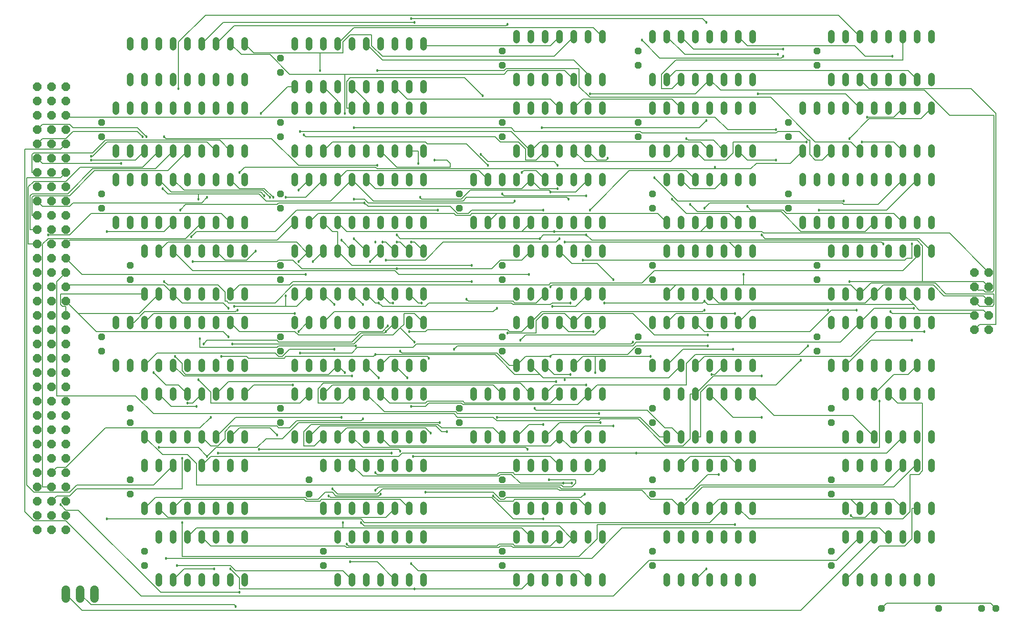
<source format=gbr>
G04 EAGLE Gerber RS-274X export*
G75*
%MOMM*%
%FSLAX34Y34*%
%LPD*%
%INBottom Copper*%
%IPPOS*%
%AMOC8*
5,1,8,0,0,1.08239X$1,22.5*%
G01*
%ADD10C,1.219200*%
%ADD11P,1.319650X8X112.500000*%
%ADD12P,1.649562X8X292.500000*%
%ADD13P,1.649562X8X202.500000*%
%ADD14P,1.319650X8X202.500000*%
%ADD15P,1.319650X8X22.500000*%
%ADD16C,1.524000*%
%ADD17C,0.127000*%
%ADD18C,0.457200*%


D10*
X1168400Y717804D02*
X1168400Y729996D01*
X1193800Y729996D02*
X1193800Y717804D01*
X1320800Y717804D02*
X1320800Y729996D01*
X1320800Y794004D02*
X1320800Y806196D01*
X1219200Y729996D02*
X1219200Y717804D01*
X1244600Y717804D02*
X1244600Y729996D01*
X1295400Y729996D02*
X1295400Y717804D01*
X1270000Y717804D02*
X1270000Y729996D01*
X1295400Y794004D02*
X1295400Y806196D01*
X1270000Y806196D02*
X1270000Y794004D01*
X1244600Y794004D02*
X1244600Y806196D01*
X1219200Y806196D02*
X1219200Y794004D01*
X1193800Y794004D02*
X1193800Y806196D01*
X1168400Y806196D02*
X1168400Y794004D01*
X1168400Y602996D02*
X1168400Y590804D01*
X1193800Y590804D02*
X1193800Y602996D01*
X1320800Y602996D02*
X1320800Y590804D01*
X1320800Y667004D02*
X1320800Y679196D01*
X1219200Y602996D02*
X1219200Y590804D01*
X1244600Y590804D02*
X1244600Y602996D01*
X1295400Y602996D02*
X1295400Y590804D01*
X1270000Y590804D02*
X1270000Y602996D01*
X1295400Y667004D02*
X1295400Y679196D01*
X1270000Y679196D02*
X1270000Y667004D01*
X1244600Y667004D02*
X1244600Y679196D01*
X1219200Y679196D02*
X1219200Y667004D01*
X1193800Y667004D02*
X1193800Y679196D01*
X1168400Y679196D02*
X1168400Y667004D01*
X1409700Y717804D02*
X1409700Y729996D01*
X1435100Y729996D02*
X1435100Y717804D01*
X1562100Y717804D02*
X1562100Y729996D01*
X1587500Y729996D02*
X1587500Y717804D01*
X1460500Y717804D02*
X1460500Y729996D01*
X1485900Y729996D02*
X1485900Y717804D01*
X1536700Y717804D02*
X1536700Y729996D01*
X1511300Y729996D02*
X1511300Y717804D01*
X1612900Y717804D02*
X1612900Y729996D01*
X1638300Y729996D02*
X1638300Y717804D01*
X1638300Y794004D02*
X1638300Y806196D01*
X1612900Y806196D02*
X1612900Y794004D01*
X1587500Y794004D02*
X1587500Y806196D01*
X1562100Y806196D02*
X1562100Y794004D01*
X1536700Y794004D02*
X1536700Y806196D01*
X1511300Y806196D02*
X1511300Y794004D01*
X1485900Y794004D02*
X1485900Y806196D01*
X1460500Y806196D02*
X1460500Y794004D01*
X1435100Y794004D02*
X1435100Y806196D01*
X1409700Y806196D02*
X1409700Y794004D01*
X241300Y602996D02*
X241300Y590804D01*
X266700Y590804D02*
X266700Y602996D01*
X393700Y602996D02*
X393700Y590804D01*
X419100Y590804D02*
X419100Y602996D01*
X292100Y602996D02*
X292100Y590804D01*
X317500Y590804D02*
X317500Y602996D01*
X368300Y602996D02*
X368300Y590804D01*
X342900Y590804D02*
X342900Y602996D01*
X419100Y667004D02*
X419100Y679196D01*
X393700Y679196D02*
X393700Y667004D01*
X368300Y667004D02*
X368300Y679196D01*
X342900Y679196D02*
X342900Y667004D01*
X317500Y667004D02*
X317500Y679196D01*
X292100Y679196D02*
X292100Y667004D01*
X266700Y667004D02*
X266700Y679196D01*
X241300Y679196D02*
X241300Y667004D01*
X266700Y94996D02*
X266700Y82804D01*
X292100Y82804D02*
X292100Y94996D01*
X419100Y94996D02*
X419100Y82804D01*
X419100Y159004D02*
X419100Y171196D01*
X317500Y94996D02*
X317500Y82804D01*
X342900Y82804D02*
X342900Y94996D01*
X393700Y94996D02*
X393700Y82804D01*
X368300Y82804D02*
X368300Y94996D01*
X393700Y159004D02*
X393700Y171196D01*
X368300Y171196D02*
X368300Y159004D01*
X342900Y159004D02*
X342900Y171196D01*
X317500Y171196D02*
X317500Y159004D01*
X292100Y159004D02*
X292100Y171196D01*
X266700Y171196D02*
X266700Y159004D01*
X190500Y463804D02*
X190500Y475996D01*
X215900Y475996D02*
X215900Y463804D01*
X342900Y463804D02*
X342900Y475996D01*
X368300Y475996D02*
X368300Y463804D01*
X241300Y463804D02*
X241300Y475996D01*
X266700Y475996D02*
X266700Y463804D01*
X317500Y463804D02*
X317500Y475996D01*
X292100Y475996D02*
X292100Y463804D01*
X393700Y463804D02*
X393700Y475996D01*
X419100Y475996D02*
X419100Y463804D01*
X419100Y540004D02*
X419100Y552196D01*
X393700Y552196D02*
X393700Y540004D01*
X368300Y540004D02*
X368300Y552196D01*
X342900Y552196D02*
X342900Y540004D01*
X317500Y540004D02*
X317500Y552196D01*
X292100Y552196D02*
X292100Y540004D01*
X266700Y540004D02*
X266700Y552196D01*
X241300Y552196D02*
X241300Y540004D01*
X215900Y540004D02*
X215900Y552196D01*
X190500Y552196D02*
X190500Y540004D01*
X508000Y475996D02*
X508000Y463804D01*
X533400Y463804D02*
X533400Y475996D01*
X660400Y475996D02*
X660400Y463804D01*
X685800Y463804D02*
X685800Y475996D01*
X558800Y475996D02*
X558800Y463804D01*
X584200Y463804D02*
X584200Y475996D01*
X635000Y475996D02*
X635000Y463804D01*
X609600Y463804D02*
X609600Y475996D01*
X711200Y475996D02*
X711200Y463804D01*
X736600Y463804D02*
X736600Y475996D01*
X736600Y540004D02*
X736600Y552196D01*
X711200Y552196D02*
X711200Y540004D01*
X685800Y540004D02*
X685800Y552196D01*
X660400Y552196D02*
X660400Y540004D01*
X635000Y540004D02*
X635000Y552196D01*
X609600Y552196D02*
X609600Y540004D01*
X584200Y540004D02*
X584200Y552196D01*
X558800Y552196D02*
X558800Y540004D01*
X533400Y540004D02*
X533400Y552196D01*
X508000Y552196D02*
X508000Y540004D01*
X508000Y844804D02*
X508000Y856996D01*
X533400Y856996D02*
X533400Y844804D01*
X660400Y844804D02*
X660400Y856996D01*
X685800Y856996D02*
X685800Y844804D01*
X558800Y844804D02*
X558800Y856996D01*
X584200Y856996D02*
X584200Y844804D01*
X635000Y844804D02*
X635000Y856996D01*
X609600Y856996D02*
X609600Y844804D01*
X711200Y844804D02*
X711200Y856996D01*
X736600Y856996D02*
X736600Y844804D01*
X736600Y921004D02*
X736600Y933196D01*
X711200Y933196D02*
X711200Y921004D01*
X685800Y921004D02*
X685800Y933196D01*
X660400Y933196D02*
X660400Y921004D01*
X635000Y921004D02*
X635000Y933196D01*
X609600Y933196D02*
X609600Y921004D01*
X584200Y921004D02*
X584200Y933196D01*
X558800Y933196D02*
X558800Y921004D01*
X533400Y921004D02*
X533400Y933196D01*
X508000Y933196D02*
X508000Y921004D01*
X825500Y729996D02*
X825500Y717804D01*
X850900Y717804D02*
X850900Y729996D01*
X977900Y729996D02*
X977900Y717804D01*
X1003300Y717804D02*
X1003300Y729996D01*
X876300Y729996D02*
X876300Y717804D01*
X901700Y717804D02*
X901700Y729996D01*
X952500Y729996D02*
X952500Y717804D01*
X927100Y717804D02*
X927100Y729996D01*
X1028700Y729996D02*
X1028700Y717804D01*
X1054100Y717804D02*
X1054100Y729996D01*
X1054100Y794004D02*
X1054100Y806196D01*
X1028700Y806196D02*
X1028700Y794004D01*
X1003300Y794004D02*
X1003300Y806196D01*
X977900Y806196D02*
X977900Y794004D01*
X952500Y794004D02*
X952500Y806196D01*
X927100Y806196D02*
X927100Y794004D01*
X901700Y794004D02*
X901700Y806196D01*
X876300Y806196D02*
X876300Y794004D01*
X850900Y794004D02*
X850900Y806196D01*
X825500Y806196D02*
X825500Y794004D01*
X508000Y602996D02*
X508000Y590804D01*
X533400Y590804D02*
X533400Y602996D01*
X660400Y602996D02*
X660400Y590804D01*
X685800Y590804D02*
X685800Y602996D01*
X558800Y602996D02*
X558800Y590804D01*
X584200Y590804D02*
X584200Y602996D01*
X635000Y602996D02*
X635000Y590804D01*
X609600Y590804D02*
X609600Y602996D01*
X711200Y602996D02*
X711200Y590804D01*
X736600Y590804D02*
X736600Y602996D01*
X736600Y667004D02*
X736600Y679196D01*
X711200Y679196D02*
X711200Y667004D01*
X685800Y667004D02*
X685800Y679196D01*
X660400Y679196D02*
X660400Y667004D01*
X635000Y667004D02*
X635000Y679196D01*
X609600Y679196D02*
X609600Y667004D01*
X584200Y667004D02*
X584200Y679196D01*
X558800Y679196D02*
X558800Y667004D01*
X533400Y667004D02*
X533400Y679196D01*
X508000Y679196D02*
X508000Y667004D01*
X508000Y717804D02*
X508000Y729996D01*
X533400Y729996D02*
X533400Y717804D01*
X660400Y717804D02*
X660400Y729996D01*
X685800Y729996D02*
X685800Y717804D01*
X558800Y717804D02*
X558800Y729996D01*
X584200Y729996D02*
X584200Y717804D01*
X635000Y717804D02*
X635000Y729996D01*
X609600Y729996D02*
X609600Y717804D01*
X711200Y717804D02*
X711200Y729996D01*
X736600Y729996D02*
X736600Y717804D01*
X736600Y794004D02*
X736600Y806196D01*
X711200Y806196D02*
X711200Y794004D01*
X685800Y794004D02*
X685800Y806196D01*
X660400Y806196D02*
X660400Y794004D01*
X635000Y794004D02*
X635000Y806196D01*
X609600Y806196D02*
X609600Y794004D01*
X584200Y794004D02*
X584200Y806196D01*
X558800Y806196D02*
X558800Y794004D01*
X533400Y794004D02*
X533400Y806196D01*
X508000Y806196D02*
X508000Y794004D01*
X241300Y348996D02*
X241300Y336804D01*
X266700Y336804D02*
X266700Y348996D01*
X393700Y348996D02*
X393700Y336804D01*
X419100Y336804D02*
X419100Y348996D01*
X292100Y348996D02*
X292100Y336804D01*
X317500Y336804D02*
X317500Y348996D01*
X368300Y348996D02*
X368300Y336804D01*
X342900Y336804D02*
X342900Y348996D01*
X419100Y413004D02*
X419100Y425196D01*
X393700Y425196D02*
X393700Y413004D01*
X368300Y413004D02*
X368300Y425196D01*
X342900Y425196D02*
X342900Y413004D01*
X317500Y413004D02*
X317500Y425196D01*
X292100Y425196D02*
X292100Y413004D01*
X266700Y413004D02*
X266700Y425196D01*
X241300Y425196D02*
X241300Y413004D01*
X558800Y221996D02*
X558800Y209804D01*
X584200Y209804D02*
X584200Y221996D01*
X711200Y221996D02*
X711200Y209804D01*
X736600Y209804D02*
X736600Y221996D01*
X609600Y221996D02*
X609600Y209804D01*
X635000Y209804D02*
X635000Y221996D01*
X685800Y221996D02*
X685800Y209804D01*
X660400Y209804D02*
X660400Y221996D01*
X736600Y286004D02*
X736600Y298196D01*
X711200Y298196D02*
X711200Y286004D01*
X685800Y286004D02*
X685800Y298196D01*
X660400Y298196D02*
X660400Y286004D01*
X635000Y286004D02*
X635000Y298196D01*
X609600Y298196D02*
X609600Y286004D01*
X584200Y286004D02*
X584200Y298196D01*
X558800Y298196D02*
X558800Y286004D01*
X1168400Y221996D02*
X1168400Y209804D01*
X1193800Y209804D02*
X1193800Y221996D01*
X1320800Y221996D02*
X1320800Y209804D01*
X1320800Y286004D02*
X1320800Y298196D01*
X1219200Y221996D02*
X1219200Y209804D01*
X1244600Y209804D02*
X1244600Y221996D01*
X1295400Y221996D02*
X1295400Y209804D01*
X1270000Y209804D02*
X1270000Y221996D01*
X1295400Y286004D02*
X1295400Y298196D01*
X1270000Y298196D02*
X1270000Y286004D01*
X1244600Y286004D02*
X1244600Y298196D01*
X1219200Y298196D02*
X1219200Y286004D01*
X1193800Y286004D02*
X1193800Y298196D01*
X1168400Y298196D02*
X1168400Y286004D01*
X1485900Y94996D02*
X1485900Y82804D01*
X1511300Y82804D02*
X1511300Y94996D01*
X1638300Y94996D02*
X1638300Y82804D01*
X1638300Y159004D02*
X1638300Y171196D01*
X1536700Y94996D02*
X1536700Y82804D01*
X1562100Y82804D02*
X1562100Y94996D01*
X1612900Y94996D02*
X1612900Y82804D01*
X1587500Y82804D02*
X1587500Y94996D01*
X1612900Y159004D02*
X1612900Y171196D01*
X1587500Y171196D02*
X1587500Y159004D01*
X1562100Y159004D02*
X1562100Y171196D01*
X1536700Y171196D02*
X1536700Y159004D01*
X1511300Y159004D02*
X1511300Y171196D01*
X1485900Y171196D02*
X1485900Y159004D01*
X241300Y209804D02*
X241300Y221996D01*
X266700Y221996D02*
X266700Y209804D01*
X393700Y209804D02*
X393700Y221996D01*
X419100Y221996D02*
X419100Y209804D01*
X292100Y209804D02*
X292100Y221996D01*
X317500Y221996D02*
X317500Y209804D01*
X368300Y209804D02*
X368300Y221996D01*
X342900Y221996D02*
X342900Y209804D01*
X419100Y286004D02*
X419100Y298196D01*
X393700Y298196D02*
X393700Y286004D01*
X368300Y286004D02*
X368300Y298196D01*
X342900Y298196D02*
X342900Y286004D01*
X317500Y286004D02*
X317500Y298196D01*
X292100Y298196D02*
X292100Y286004D01*
X266700Y286004D02*
X266700Y298196D01*
X241300Y298196D02*
X241300Y286004D01*
X584200Y94996D02*
X584200Y82804D01*
X609600Y82804D02*
X609600Y94996D01*
X736600Y94996D02*
X736600Y82804D01*
X736600Y159004D02*
X736600Y171196D01*
X635000Y94996D02*
X635000Y82804D01*
X660400Y82804D02*
X660400Y94996D01*
X711200Y94996D02*
X711200Y82804D01*
X685800Y82804D02*
X685800Y94996D01*
X711200Y159004D02*
X711200Y171196D01*
X685800Y171196D02*
X685800Y159004D01*
X660400Y159004D02*
X660400Y171196D01*
X635000Y171196D02*
X635000Y159004D01*
X609600Y159004D02*
X609600Y171196D01*
X584200Y171196D02*
X584200Y159004D01*
X215900Y971804D02*
X215900Y983996D01*
X241300Y983996D02*
X241300Y971804D01*
X266700Y971804D02*
X266700Y983996D01*
X292100Y983996D02*
X292100Y971804D01*
X317500Y971804D02*
X317500Y983996D01*
X342900Y983996D02*
X342900Y971804D01*
X368300Y971804D02*
X368300Y983996D01*
X393700Y983996D02*
X393700Y971804D01*
X419100Y971804D02*
X419100Y983996D01*
X215900Y1035304D02*
X215900Y1047496D01*
X241300Y1047496D02*
X241300Y1035304D01*
X266700Y1035304D02*
X266700Y1047496D01*
X292100Y1047496D02*
X292100Y1035304D01*
X317500Y1035304D02*
X317500Y1047496D01*
X342900Y1047496D02*
X342900Y1035304D01*
X368300Y1035304D02*
X368300Y1047496D01*
X393700Y1047496D02*
X393700Y1035304D01*
X419100Y1035304D02*
X419100Y1047496D01*
X190500Y856996D02*
X190500Y844804D01*
X215900Y844804D02*
X215900Y856996D01*
X342900Y856996D02*
X342900Y844804D01*
X368300Y844804D02*
X368300Y856996D01*
X241300Y856996D02*
X241300Y844804D01*
X266700Y844804D02*
X266700Y856996D01*
X317500Y856996D02*
X317500Y844804D01*
X292100Y844804D02*
X292100Y856996D01*
X393700Y856996D02*
X393700Y844804D01*
X419100Y844804D02*
X419100Y856996D01*
X419100Y921004D02*
X419100Y933196D01*
X393700Y933196D02*
X393700Y921004D01*
X368300Y921004D02*
X368300Y933196D01*
X342900Y933196D02*
X342900Y921004D01*
X317500Y921004D02*
X317500Y933196D01*
X292100Y933196D02*
X292100Y921004D01*
X266700Y921004D02*
X266700Y933196D01*
X241300Y933196D02*
X241300Y921004D01*
X215900Y921004D02*
X215900Y933196D01*
X190500Y933196D02*
X190500Y921004D01*
X190500Y729996D02*
X190500Y717804D01*
X215900Y717804D02*
X215900Y729996D01*
X342900Y729996D02*
X342900Y717804D01*
X368300Y717804D02*
X368300Y729996D01*
X241300Y729996D02*
X241300Y717804D01*
X266700Y717804D02*
X266700Y729996D01*
X317500Y729996D02*
X317500Y717804D01*
X292100Y717804D02*
X292100Y729996D01*
X393700Y729996D02*
X393700Y717804D01*
X419100Y717804D02*
X419100Y729996D01*
X419100Y794004D02*
X419100Y806196D01*
X393700Y806196D02*
X393700Y794004D01*
X368300Y794004D02*
X368300Y806196D01*
X342900Y806196D02*
X342900Y794004D01*
X317500Y794004D02*
X317500Y806196D01*
X292100Y806196D02*
X292100Y794004D01*
X266700Y794004D02*
X266700Y806196D01*
X241300Y806196D02*
X241300Y794004D01*
X215900Y794004D02*
X215900Y806196D01*
X190500Y806196D02*
X190500Y794004D01*
X1143000Y844804D02*
X1143000Y856996D01*
X1168400Y856996D02*
X1168400Y844804D01*
X1295400Y844804D02*
X1295400Y856996D01*
X1320800Y856996D02*
X1320800Y844804D01*
X1193800Y844804D02*
X1193800Y856996D01*
X1219200Y856996D02*
X1219200Y844804D01*
X1270000Y844804D02*
X1270000Y856996D01*
X1244600Y856996D02*
X1244600Y844804D01*
X1320800Y921004D02*
X1320800Y933196D01*
X1295400Y933196D02*
X1295400Y921004D01*
X1270000Y921004D02*
X1270000Y933196D01*
X1244600Y933196D02*
X1244600Y921004D01*
X1219200Y921004D02*
X1219200Y933196D01*
X1193800Y933196D02*
X1193800Y921004D01*
X1168400Y921004D02*
X1168400Y933196D01*
X1143000Y933196D02*
X1143000Y921004D01*
X1143000Y475996D02*
X1143000Y463804D01*
X1168400Y463804D02*
X1168400Y475996D01*
X1295400Y475996D02*
X1295400Y463804D01*
X1320800Y463804D02*
X1320800Y475996D01*
X1193800Y475996D02*
X1193800Y463804D01*
X1219200Y463804D02*
X1219200Y475996D01*
X1270000Y475996D02*
X1270000Y463804D01*
X1244600Y463804D02*
X1244600Y475996D01*
X1320800Y540004D02*
X1320800Y552196D01*
X1295400Y552196D02*
X1295400Y540004D01*
X1270000Y540004D02*
X1270000Y552196D01*
X1244600Y552196D02*
X1244600Y540004D01*
X1219200Y540004D02*
X1219200Y552196D01*
X1193800Y552196D02*
X1193800Y540004D01*
X1168400Y540004D02*
X1168400Y552196D01*
X1143000Y552196D02*
X1143000Y540004D01*
X1143000Y971804D02*
X1143000Y983996D01*
X1168400Y983996D02*
X1168400Y971804D01*
X1295400Y971804D02*
X1295400Y983996D01*
X1320800Y983996D02*
X1320800Y971804D01*
X1193800Y971804D02*
X1193800Y983996D01*
X1219200Y983996D02*
X1219200Y971804D01*
X1270000Y971804D02*
X1270000Y983996D01*
X1244600Y983996D02*
X1244600Y971804D01*
X1320800Y1048004D02*
X1320800Y1060196D01*
X1295400Y1060196D02*
X1295400Y1048004D01*
X1270000Y1048004D02*
X1270000Y1060196D01*
X1244600Y1060196D02*
X1244600Y1048004D01*
X1219200Y1048004D02*
X1219200Y1060196D01*
X1193800Y1060196D02*
X1193800Y1048004D01*
X1168400Y1048004D02*
X1168400Y1060196D01*
X1143000Y1060196D02*
X1143000Y1048004D01*
X1460500Y602996D02*
X1460500Y590804D01*
X1485900Y590804D02*
X1485900Y602996D01*
X1612900Y602996D02*
X1612900Y590804D01*
X1638300Y590804D02*
X1638300Y602996D01*
X1511300Y602996D02*
X1511300Y590804D01*
X1536700Y590804D02*
X1536700Y602996D01*
X1587500Y602996D02*
X1587500Y590804D01*
X1562100Y590804D02*
X1562100Y602996D01*
X1638300Y667004D02*
X1638300Y679196D01*
X1612900Y679196D02*
X1612900Y667004D01*
X1587500Y667004D02*
X1587500Y679196D01*
X1562100Y679196D02*
X1562100Y667004D01*
X1536700Y667004D02*
X1536700Y679196D01*
X1511300Y679196D02*
X1511300Y667004D01*
X1485900Y667004D02*
X1485900Y679196D01*
X1460500Y679196D02*
X1460500Y667004D01*
X1409700Y844804D02*
X1409700Y856996D01*
X1435100Y856996D02*
X1435100Y844804D01*
X1562100Y844804D02*
X1562100Y856996D01*
X1587500Y856996D02*
X1587500Y844804D01*
X1460500Y844804D02*
X1460500Y856996D01*
X1485900Y856996D02*
X1485900Y844804D01*
X1536700Y844804D02*
X1536700Y856996D01*
X1511300Y856996D02*
X1511300Y844804D01*
X1612900Y844804D02*
X1612900Y856996D01*
X1638300Y856996D02*
X1638300Y844804D01*
X1638300Y921004D02*
X1638300Y933196D01*
X1612900Y933196D02*
X1612900Y921004D01*
X1587500Y921004D02*
X1587500Y933196D01*
X1562100Y933196D02*
X1562100Y921004D01*
X1536700Y921004D02*
X1536700Y933196D01*
X1511300Y933196D02*
X1511300Y921004D01*
X1485900Y921004D02*
X1485900Y933196D01*
X1460500Y933196D02*
X1460500Y921004D01*
X1435100Y921004D02*
X1435100Y933196D01*
X1409700Y933196D02*
X1409700Y921004D01*
X1460500Y971804D02*
X1460500Y983996D01*
X1485900Y983996D02*
X1485900Y971804D01*
X1612900Y971804D02*
X1612900Y983996D01*
X1638300Y983996D02*
X1638300Y971804D01*
X1511300Y971804D02*
X1511300Y983996D01*
X1536700Y983996D02*
X1536700Y971804D01*
X1587500Y971804D02*
X1587500Y983996D01*
X1562100Y983996D02*
X1562100Y971804D01*
X1638300Y1048004D02*
X1638300Y1060196D01*
X1612900Y1060196D02*
X1612900Y1048004D01*
X1587500Y1048004D02*
X1587500Y1060196D01*
X1562100Y1060196D02*
X1562100Y1048004D01*
X1536700Y1048004D02*
X1536700Y1060196D01*
X1511300Y1060196D02*
X1511300Y1048004D01*
X1485900Y1048004D02*
X1485900Y1060196D01*
X1460500Y1060196D02*
X1460500Y1048004D01*
D11*
X876300Y495300D03*
X876300Y520700D03*
X1143000Y114300D03*
X1143000Y139700D03*
X215900Y622300D03*
X215900Y647700D03*
X1384300Y876300D03*
X1384300Y901700D03*
X1117600Y495300D03*
X1117600Y520700D03*
X1143000Y368300D03*
X1143000Y393700D03*
X241300Y114300D03*
X241300Y139700D03*
X482600Y495300D03*
X482600Y520700D03*
X215900Y241300D03*
X215900Y266700D03*
X1117600Y876300D03*
X1117600Y901700D03*
X800100Y749300D03*
X800100Y774700D03*
X1460500Y368300D03*
X1460500Y393700D03*
X1435100Y1003300D03*
X1435100Y1028700D03*
X1117600Y1003300D03*
X1117600Y1028700D03*
X1460500Y241300D03*
X1460500Y266700D03*
X482600Y368300D03*
X482600Y393700D03*
X215900Y368300D03*
X215900Y393700D03*
X482600Y876300D03*
X482600Y901700D03*
X876300Y1003300D03*
X876300Y1028700D03*
X1143000Y241300D03*
X1143000Y266700D03*
X876300Y876300D03*
X876300Y901700D03*
X1460500Y114300D03*
X1460500Y139700D03*
X533400Y241300D03*
X533400Y266700D03*
X165100Y749300D03*
X165100Y774700D03*
X165100Y876300D03*
X165100Y901700D03*
X1384300Y749300D03*
X1384300Y774700D03*
X1435100Y622300D03*
X1435100Y647700D03*
X1143000Y749300D03*
X1143000Y774700D03*
X1143000Y622300D03*
X1143000Y647700D03*
X1435100Y495300D03*
X1435100Y520700D03*
X876300Y241300D03*
X876300Y266700D03*
X876300Y114300D03*
X876300Y139700D03*
X558800Y114300D03*
X558800Y139700D03*
X482600Y990600D03*
X482600Y1016000D03*
X876300Y622300D03*
X876300Y647700D03*
X165100Y495300D03*
X165100Y520700D03*
X800100Y368300D03*
X800100Y393700D03*
D10*
X901700Y221996D02*
X901700Y209804D01*
X927100Y209804D02*
X927100Y221996D01*
X1054100Y221996D02*
X1054100Y209804D01*
X1054100Y286004D02*
X1054100Y298196D01*
X952500Y221996D02*
X952500Y209804D01*
X977900Y209804D02*
X977900Y221996D01*
X1028700Y221996D02*
X1028700Y209804D01*
X1003300Y209804D02*
X1003300Y221996D01*
X1028700Y286004D02*
X1028700Y298196D01*
X1003300Y298196D02*
X1003300Y286004D01*
X977900Y286004D02*
X977900Y298196D01*
X952500Y298196D02*
X952500Y286004D01*
X927100Y286004D02*
X927100Y298196D01*
X901700Y298196D02*
X901700Y286004D01*
X901700Y94996D02*
X901700Y82804D01*
X927100Y82804D02*
X927100Y94996D01*
X1054100Y94996D02*
X1054100Y82804D01*
X1054100Y159004D02*
X1054100Y171196D01*
X952500Y94996D02*
X952500Y82804D01*
X977900Y82804D02*
X977900Y94996D01*
X1028700Y94996D02*
X1028700Y82804D01*
X1003300Y82804D02*
X1003300Y94996D01*
X1028700Y159004D02*
X1028700Y171196D01*
X1003300Y171196D02*
X1003300Y159004D01*
X977900Y159004D02*
X977900Y171196D01*
X952500Y171196D02*
X952500Y159004D01*
X927100Y159004D02*
X927100Y171196D01*
X901700Y171196D02*
X901700Y159004D01*
X901700Y844804D02*
X901700Y856996D01*
X927100Y856996D02*
X927100Y844804D01*
X1054100Y844804D02*
X1054100Y856996D01*
X1054100Y921004D02*
X1054100Y933196D01*
X952500Y856996D02*
X952500Y844804D01*
X977900Y844804D02*
X977900Y856996D01*
X1028700Y856996D02*
X1028700Y844804D01*
X1003300Y844804D02*
X1003300Y856996D01*
X1028700Y921004D02*
X1028700Y933196D01*
X1003300Y933196D02*
X1003300Y921004D01*
X977900Y921004D02*
X977900Y933196D01*
X952500Y933196D02*
X952500Y921004D01*
X927100Y921004D02*
X927100Y933196D01*
X901700Y933196D02*
X901700Y921004D01*
X508000Y348996D02*
X508000Y336804D01*
X533400Y336804D02*
X533400Y348996D01*
X660400Y348996D02*
X660400Y336804D01*
X685800Y336804D02*
X685800Y348996D01*
X558800Y348996D02*
X558800Y336804D01*
X584200Y336804D02*
X584200Y348996D01*
X635000Y348996D02*
X635000Y336804D01*
X609600Y336804D02*
X609600Y348996D01*
X711200Y348996D02*
X711200Y336804D01*
X736600Y336804D02*
X736600Y348996D01*
X736600Y413004D02*
X736600Y425196D01*
X711200Y425196D02*
X711200Y413004D01*
X685800Y413004D02*
X685800Y425196D01*
X660400Y425196D02*
X660400Y413004D01*
X635000Y413004D02*
X635000Y425196D01*
X609600Y425196D02*
X609600Y413004D01*
X584200Y413004D02*
X584200Y425196D01*
X558800Y425196D02*
X558800Y413004D01*
X533400Y413004D02*
X533400Y425196D01*
X508000Y425196D02*
X508000Y413004D01*
X825500Y348996D02*
X825500Y336804D01*
X850900Y336804D02*
X850900Y348996D01*
X977900Y348996D02*
X977900Y336804D01*
X1003300Y336804D02*
X1003300Y348996D01*
X876300Y348996D02*
X876300Y336804D01*
X901700Y336804D02*
X901700Y348996D01*
X952500Y348996D02*
X952500Y336804D01*
X927100Y336804D02*
X927100Y348996D01*
X1028700Y348996D02*
X1028700Y336804D01*
X1054100Y336804D02*
X1054100Y348996D01*
X1054100Y413004D02*
X1054100Y425196D01*
X1028700Y425196D02*
X1028700Y413004D01*
X1003300Y413004D02*
X1003300Y425196D01*
X977900Y425196D02*
X977900Y413004D01*
X952500Y413004D02*
X952500Y425196D01*
X927100Y425196D02*
X927100Y413004D01*
X901700Y413004D02*
X901700Y425196D01*
X876300Y425196D02*
X876300Y413004D01*
X850900Y413004D02*
X850900Y425196D01*
X825500Y425196D02*
X825500Y413004D01*
X508000Y959104D02*
X508000Y971296D01*
X533400Y971296D02*
X533400Y959104D01*
X660400Y959104D02*
X660400Y971296D01*
X685800Y971296D02*
X685800Y959104D01*
X558800Y959104D02*
X558800Y971296D01*
X584200Y971296D02*
X584200Y959104D01*
X635000Y959104D02*
X635000Y971296D01*
X609600Y971296D02*
X609600Y959104D01*
X711200Y959104D02*
X711200Y971296D01*
X736600Y971296D02*
X736600Y959104D01*
X736600Y1035304D02*
X736600Y1047496D01*
X711200Y1047496D02*
X711200Y1035304D01*
X685800Y1035304D02*
X685800Y1047496D01*
X660400Y1047496D02*
X660400Y1035304D01*
X635000Y1035304D02*
X635000Y1047496D01*
X609600Y1047496D02*
X609600Y1035304D01*
X584200Y1035304D02*
X584200Y1047496D01*
X558800Y1047496D02*
X558800Y1035304D01*
X533400Y1035304D02*
X533400Y1047496D01*
X508000Y1047496D02*
X508000Y1035304D01*
X901700Y602996D02*
X901700Y590804D01*
X927100Y590804D02*
X927100Y602996D01*
X1054100Y602996D02*
X1054100Y590804D01*
X1054100Y667004D02*
X1054100Y679196D01*
X952500Y602996D02*
X952500Y590804D01*
X977900Y590804D02*
X977900Y602996D01*
X1028700Y602996D02*
X1028700Y590804D01*
X1003300Y590804D02*
X1003300Y602996D01*
X1028700Y667004D02*
X1028700Y679196D01*
X1003300Y679196D02*
X1003300Y667004D01*
X977900Y667004D02*
X977900Y679196D01*
X952500Y679196D02*
X952500Y667004D01*
X927100Y667004D02*
X927100Y679196D01*
X901700Y679196D02*
X901700Y667004D01*
X901700Y475996D02*
X901700Y463804D01*
X927100Y463804D02*
X927100Y475996D01*
X1054100Y475996D02*
X1054100Y463804D01*
X1054100Y540004D02*
X1054100Y552196D01*
X952500Y475996D02*
X952500Y463804D01*
X977900Y463804D02*
X977900Y475996D01*
X1028700Y475996D02*
X1028700Y463804D01*
X1003300Y463804D02*
X1003300Y475996D01*
X1028700Y540004D02*
X1028700Y552196D01*
X1003300Y552196D02*
X1003300Y540004D01*
X977900Y540004D02*
X977900Y552196D01*
X952500Y552196D02*
X952500Y540004D01*
X927100Y540004D02*
X927100Y552196D01*
X901700Y552196D02*
X901700Y540004D01*
X901700Y971804D02*
X901700Y983996D01*
X927100Y983996D02*
X927100Y971804D01*
X1054100Y971804D02*
X1054100Y983996D01*
X1054100Y1048004D02*
X1054100Y1060196D01*
X952500Y983996D02*
X952500Y971804D01*
X977900Y971804D02*
X977900Y983996D01*
X1028700Y983996D02*
X1028700Y971804D01*
X1003300Y971804D02*
X1003300Y983996D01*
X1028700Y1048004D02*
X1028700Y1060196D01*
X1003300Y1060196D02*
X1003300Y1048004D01*
X977900Y1048004D02*
X977900Y1060196D01*
X952500Y1060196D02*
X952500Y1048004D01*
X927100Y1048004D02*
X927100Y1060196D01*
X901700Y1060196D02*
X901700Y1048004D01*
X1485900Y221996D02*
X1485900Y209804D01*
X1511300Y209804D02*
X1511300Y221996D01*
X1638300Y221996D02*
X1638300Y209804D01*
X1638300Y286004D02*
X1638300Y298196D01*
X1536700Y221996D02*
X1536700Y209804D01*
X1562100Y209804D02*
X1562100Y221996D01*
X1612900Y221996D02*
X1612900Y209804D01*
X1587500Y209804D02*
X1587500Y221996D01*
X1612900Y286004D02*
X1612900Y298196D01*
X1587500Y298196D02*
X1587500Y286004D01*
X1562100Y286004D02*
X1562100Y298196D01*
X1536700Y298196D02*
X1536700Y286004D01*
X1511300Y286004D02*
X1511300Y298196D01*
X1485900Y298196D02*
X1485900Y286004D01*
X1485900Y336804D02*
X1485900Y348996D01*
X1511300Y348996D02*
X1511300Y336804D01*
X1638300Y336804D02*
X1638300Y348996D01*
X1638300Y413004D02*
X1638300Y425196D01*
X1536700Y348996D02*
X1536700Y336804D01*
X1562100Y336804D02*
X1562100Y348996D01*
X1612900Y348996D02*
X1612900Y336804D01*
X1587500Y336804D02*
X1587500Y348996D01*
X1612900Y413004D02*
X1612900Y425196D01*
X1587500Y425196D02*
X1587500Y413004D01*
X1562100Y413004D02*
X1562100Y425196D01*
X1536700Y425196D02*
X1536700Y413004D01*
X1511300Y413004D02*
X1511300Y425196D01*
X1485900Y425196D02*
X1485900Y413004D01*
X1168400Y348996D02*
X1168400Y336804D01*
X1193800Y336804D02*
X1193800Y348996D01*
X1320800Y348996D02*
X1320800Y336804D01*
X1320800Y413004D02*
X1320800Y425196D01*
X1219200Y348996D02*
X1219200Y336804D01*
X1244600Y336804D02*
X1244600Y348996D01*
X1295400Y348996D02*
X1295400Y336804D01*
X1270000Y336804D02*
X1270000Y348996D01*
X1295400Y413004D02*
X1295400Y425196D01*
X1270000Y425196D02*
X1270000Y413004D01*
X1244600Y413004D02*
X1244600Y425196D01*
X1219200Y425196D02*
X1219200Y413004D01*
X1193800Y413004D02*
X1193800Y425196D01*
X1168400Y425196D02*
X1168400Y413004D01*
X1168400Y94996D02*
X1168400Y82804D01*
X1193800Y82804D02*
X1193800Y94996D01*
X1320800Y94996D02*
X1320800Y82804D01*
X1320800Y159004D02*
X1320800Y171196D01*
X1219200Y94996D02*
X1219200Y82804D01*
X1244600Y82804D02*
X1244600Y94996D01*
X1295400Y94996D02*
X1295400Y82804D01*
X1270000Y82804D02*
X1270000Y94996D01*
X1295400Y159004D02*
X1295400Y171196D01*
X1270000Y171196D02*
X1270000Y159004D01*
X1244600Y159004D02*
X1244600Y171196D01*
X1219200Y171196D02*
X1219200Y159004D01*
X1193800Y159004D02*
X1193800Y171196D01*
X1168400Y171196D02*
X1168400Y159004D01*
X1460500Y463804D02*
X1460500Y475996D01*
X1485900Y475996D02*
X1485900Y463804D01*
X1612900Y463804D02*
X1612900Y475996D01*
X1638300Y475996D02*
X1638300Y463804D01*
X1511300Y463804D02*
X1511300Y475996D01*
X1536700Y475996D02*
X1536700Y463804D01*
X1587500Y463804D02*
X1587500Y475996D01*
X1562100Y475996D02*
X1562100Y463804D01*
X1638300Y540004D02*
X1638300Y552196D01*
X1612900Y552196D02*
X1612900Y540004D01*
X1587500Y540004D02*
X1587500Y552196D01*
X1562100Y552196D02*
X1562100Y540004D01*
X1536700Y540004D02*
X1536700Y552196D01*
X1511300Y552196D02*
X1511300Y540004D01*
X1485900Y540004D02*
X1485900Y552196D01*
X1460500Y552196D02*
X1460500Y540004D01*
D11*
X482600Y749300D03*
X482600Y774700D03*
X482600Y622300D03*
X482600Y647700D03*
D12*
X1714500Y635000D03*
X1714500Y609600D03*
X1714500Y584200D03*
X1714500Y558800D03*
X1714500Y533400D03*
X1739900Y635000D03*
X1739900Y609600D03*
X1739900Y584200D03*
X1739900Y558800D03*
X1739900Y533400D03*
D13*
X50800Y177800D03*
X50800Y203200D03*
X50800Y228600D03*
X50800Y254000D03*
X50800Y279400D03*
X50800Y304800D03*
X50800Y330200D03*
X50800Y355600D03*
X50800Y381000D03*
X50800Y406400D03*
X50800Y431800D03*
X50800Y457200D03*
X50800Y482600D03*
X50800Y508000D03*
X50800Y533400D03*
X50800Y558800D03*
X76200Y177800D03*
X76200Y203200D03*
X76200Y228600D03*
X76200Y254000D03*
X76200Y279400D03*
X76200Y304800D03*
X76200Y330200D03*
X76200Y355600D03*
X76200Y381000D03*
X76200Y406400D03*
X76200Y431800D03*
X76200Y457200D03*
X76200Y482600D03*
X76200Y508000D03*
X76200Y533400D03*
X76200Y558800D03*
X101600Y177800D03*
X101600Y203200D03*
X101600Y228600D03*
X101600Y254000D03*
X101600Y279400D03*
X101600Y304800D03*
X101600Y330200D03*
X101600Y355600D03*
X101600Y381000D03*
X101600Y406400D03*
X101600Y431800D03*
X101600Y457200D03*
X101600Y482600D03*
X101600Y508000D03*
X101600Y533400D03*
X101600Y558800D03*
X50800Y584200D03*
X50800Y609600D03*
X50800Y635000D03*
X50800Y660400D03*
X50800Y685800D03*
X50800Y711200D03*
X50800Y736600D03*
X50800Y762000D03*
X50800Y787400D03*
X50800Y812800D03*
X50800Y838200D03*
X50800Y863600D03*
X50800Y889000D03*
X50800Y914400D03*
X50800Y939800D03*
X50800Y965200D03*
X76200Y584200D03*
X76200Y609600D03*
X76200Y635000D03*
X76200Y660400D03*
X76200Y685800D03*
X76200Y711200D03*
X76200Y736600D03*
X76200Y762000D03*
X76200Y787400D03*
X76200Y812800D03*
X76200Y838200D03*
X76200Y863600D03*
X76200Y889000D03*
X76200Y914400D03*
X76200Y939800D03*
X76200Y965200D03*
X101600Y584200D03*
X101600Y609600D03*
X101600Y635000D03*
X101600Y660400D03*
X101600Y685800D03*
X101600Y711200D03*
X101600Y736600D03*
X101600Y762000D03*
X101600Y787400D03*
X101600Y812800D03*
X101600Y838200D03*
X101600Y863600D03*
X101600Y889000D03*
X101600Y914400D03*
X101600Y939800D03*
X101600Y965200D03*
D14*
X1752600Y38100D03*
X1727200Y38100D03*
D15*
X1549400Y38100D03*
X1651000Y38100D03*
D16*
X101600Y55880D02*
X101600Y71120D01*
X127000Y71120D02*
X127000Y55880D01*
X152400Y55880D02*
X152400Y71120D01*
D17*
X241300Y546100D02*
X257175Y561975D01*
X508000Y561975D01*
X539750Y654050D02*
X558800Y673100D01*
X860425Y434975D02*
X876300Y419100D01*
X860425Y434975D02*
X574675Y434975D01*
X558800Y419100D01*
X1371600Y1016000D02*
X1374775Y1019175D01*
X1371600Y1016000D02*
X1155700Y1016000D01*
X1123950Y1047750D01*
D18*
X508000Y561975D03*
X539750Y654050D03*
X1374775Y1019175D03*
X1123950Y1047750D03*
D17*
X584200Y469900D02*
X596900Y457200D01*
X307975Y473075D02*
X295275Y485775D01*
X307975Y473075D02*
X307975Y460375D01*
X314325Y454025D01*
X568325Y454025D01*
X584200Y469900D01*
X908050Y438150D02*
X927100Y419100D01*
X908050Y438150D02*
X558800Y438150D01*
X549275Y428625D01*
X549275Y403225D01*
X593725Y403225D01*
X609600Y419100D01*
X609600Y673100D02*
X590550Y692150D01*
X1485900Y952500D02*
X1511300Y927100D01*
X1485900Y952500D02*
X1330325Y952500D01*
D18*
X596900Y457200D03*
X295275Y485775D03*
X590550Y692150D03*
X1330325Y952500D03*
D17*
X657225Y447675D02*
X635000Y469900D01*
X339725Y501650D02*
X339725Y517525D01*
X339725Y501650D02*
X476250Y501650D01*
X479425Y504825D01*
X615950Y504825D01*
X641350Y654050D02*
X660400Y673100D01*
X962025Y403225D02*
X977900Y419100D01*
X962025Y403225D02*
X809625Y403225D01*
X806450Y406400D01*
X742950Y406400D01*
X739775Y403225D01*
X676275Y403225D01*
X660400Y419100D01*
X1238250Y1079500D02*
X1231900Y1085850D01*
X714375Y1085850D01*
D18*
X657225Y447675D03*
X339725Y517525D03*
X615950Y504825D03*
X641350Y654050D03*
X1238250Y1079500D03*
X714375Y1085850D03*
D17*
X393700Y546100D02*
X409575Y530225D01*
X508000Y530225D01*
X514350Y523875D01*
X615950Y523875D01*
X622300Y530225D01*
X663575Y530225D01*
X673100Y539750D01*
X685800Y469900D02*
X708025Y447675D01*
X1009650Y400050D02*
X1028700Y419100D01*
X1009650Y400050D02*
X806450Y400050D01*
X803275Y403225D01*
X746125Y403225D01*
X739775Y396875D01*
X714375Y396875D01*
X711200Y673100D02*
X695325Y688975D01*
X688975Y688975D01*
X1558925Y746125D02*
X1612900Y800100D01*
X1558925Y746125D02*
X1438275Y746125D01*
X1419225Y504825D02*
X1403350Y488950D01*
X1219200Y488950D01*
X1203325Y473075D01*
X1203325Y434975D01*
X1044575Y434975D01*
X1028700Y419100D01*
D18*
X673100Y539750D03*
X708025Y447675D03*
X714375Y396875D03*
X688975Y688975D03*
X1438275Y746125D03*
X1419225Y504825D03*
D17*
X612775Y508000D02*
X396875Y508000D01*
X612775Y508000D02*
X628650Y523875D01*
X682625Y523875D01*
X695325Y536575D02*
X701675Y542925D01*
X695325Y536575D02*
X682625Y523875D01*
X701675Y542925D02*
X701675Y561975D01*
X720725Y561975D01*
X736600Y546100D01*
X720725Y511175D02*
X695325Y536575D01*
X727075Y581025D02*
X711200Y596900D01*
X727075Y581025D02*
X733425Y581025D01*
X1022350Y241300D02*
X1016000Y234950D01*
X882650Y234950D01*
X879475Y231775D01*
X873125Y231775D01*
X860425Y244475D01*
X739775Y244475D01*
X1603375Y660400D02*
X1603375Y685800D01*
X1603375Y660400D02*
X1593850Y660400D01*
X1590675Y657225D01*
X1019175Y657225D01*
D18*
X396875Y508000D03*
X720725Y511175D03*
X733425Y581025D03*
X1022350Y241300D03*
X739775Y244475D03*
X1603375Y685800D03*
X1019175Y657225D03*
D17*
X352425Y514350D02*
X346075Y508000D01*
X352425Y514350D02*
X476250Y514350D01*
X479425Y511175D01*
X609600Y511175D01*
X625475Y527050D01*
X666750Y527050D01*
X669925Y530225D02*
X685800Y546100D01*
X669925Y530225D02*
X666750Y527050D01*
X676275Y581025D02*
X660400Y596900D01*
X676275Y581025D02*
X682625Y581025D01*
X660400Y342900D02*
X676275Y327025D01*
X962025Y327025D01*
X977900Y342900D01*
X1546225Y323850D02*
X1546225Y406400D01*
X1546225Y323850D02*
X996950Y323850D01*
X977900Y342900D01*
D18*
X346075Y508000D03*
X682625Y581025D03*
X650875Y688975D03*
X1546225Y406400D03*
X669925Y530225D03*
D17*
X635000Y939800D02*
X609600Y965200D01*
X635000Y939800D02*
X635000Y927100D01*
X292100Y469900D02*
X311150Y450850D01*
X609600Y450850D01*
X628650Y577850D02*
X609600Y596900D01*
X917575Y323850D02*
X920750Y320675D01*
X917575Y323850D02*
X628650Y323850D01*
X609600Y342900D01*
X1495425Y866775D02*
X1511300Y850900D01*
X1495425Y866775D02*
X1431925Y866775D01*
X1352550Y946150D01*
X1031875Y946150D01*
X1012825Y965200D01*
X1012825Y996950D01*
X882650Y996950D01*
X879475Y993775D01*
X654050Y993775D01*
D18*
X609600Y450850D03*
X628650Y577850D03*
X920750Y320675D03*
X654050Y993775D03*
D17*
X584200Y939800D02*
X558800Y965200D01*
X584200Y939800D02*
X584200Y927100D01*
X263525Y492125D02*
X241300Y469900D01*
X263525Y492125D02*
X473075Y492125D01*
X479425Y485775D01*
X485775Y485775D01*
X498475Y498475D01*
X577850Y498475D01*
X577850Y577850D02*
X558800Y596900D01*
X860425Y358775D02*
X876300Y342900D01*
X860425Y358775D02*
X768350Y358775D01*
X762000Y365125D01*
X536575Y365125D01*
X523875Y352425D01*
X523875Y327025D01*
X542925Y327025D01*
X558800Y342900D01*
X1444625Y835025D02*
X1460500Y850900D01*
X1444625Y835025D02*
X1431925Y835025D01*
X1422400Y844550D01*
X1422400Y869950D01*
X1419225Y869950D01*
X1403350Y885825D01*
X1365250Y885825D01*
X1362075Y882650D01*
X1123950Y882650D01*
X1120775Y885825D01*
X898525Y885825D01*
X892175Y892175D01*
X612775Y892175D01*
D18*
X577850Y498475D03*
X577850Y577850D03*
X612775Y892175D03*
D17*
X434975Y434975D02*
X419100Y419100D01*
X434975Y434975D02*
X504825Y434975D01*
X1152525Y739775D02*
X1168400Y723900D01*
X1152525Y739775D02*
X866775Y739775D01*
X850900Y723900D01*
X549275Y739775D02*
X533400Y723900D01*
X549275Y739775D02*
X790575Y739775D01*
X793750Y736600D01*
X819150Y736600D01*
X822325Y739775D01*
X866775Y739775D01*
X1587500Y1012825D02*
X1587500Y1054100D01*
X1587500Y1012825D02*
X1184275Y1012825D01*
X1158875Y987425D01*
X1158875Y962025D01*
X1177925Y962025D01*
X1193800Y977900D01*
D18*
X504825Y434975D03*
D17*
X390525Y441325D02*
X368300Y419100D01*
X390525Y441325D02*
X971550Y441325D01*
X600075Y708025D02*
X584200Y723900D01*
X600075Y708025D02*
X911225Y708025D01*
X927100Y723900D01*
X1228725Y708025D02*
X1244600Y723900D01*
X968375Y708025D02*
X911225Y708025D01*
X968375Y708025D02*
X1228725Y708025D01*
X1670050Y704850D02*
X1739900Y635000D01*
X1670050Y704850D02*
X1339850Y704850D01*
X1336675Y708025D01*
X1228725Y708025D01*
D18*
X971550Y441325D03*
X968375Y708025D03*
D17*
X1622425Y619125D02*
X1730375Y619125D01*
X1622425Y619125D02*
X1492250Y619125D01*
X1730375Y619125D02*
X1739900Y609600D01*
X273050Y311150D02*
X241300Y342900D01*
X273050Y311150D02*
X317500Y311150D01*
X333375Y295275D01*
X333375Y257175D01*
X981075Y257175D01*
X984250Y254000D01*
X1000125Y254000D01*
X1006475Y260350D01*
X1006475Y266700D01*
X958850Y266700D01*
X695325Y695325D02*
X688975Y701675D01*
X695325Y695325D02*
X942975Y695325D01*
X949325Y701675D02*
X1025525Y701675D01*
X949325Y701675D02*
X942975Y695325D01*
X1203325Y815975D02*
X1219200Y800100D01*
X1203325Y815975D02*
X1101725Y815975D01*
X1031875Y746125D01*
X1622425Y682625D02*
X1622425Y619125D01*
X1622425Y682625D02*
X1612900Y692150D01*
X1035050Y692150D01*
X1025525Y701675D01*
D18*
X1492250Y619125D03*
X958850Y266700D03*
X688975Y701675D03*
X942975Y695325D03*
X1025525Y701675D03*
X1031875Y746125D03*
D17*
X1006475Y777875D02*
X1028700Y800100D01*
X1006475Y777875D02*
X962025Y777875D01*
X1168400Y596900D02*
X1184275Y612775D01*
X1304925Y612775D02*
X1495425Y612775D01*
X1304925Y612775D02*
X1184275Y612775D01*
X1495425Y612775D02*
X1511300Y596900D01*
X1304925Y612775D02*
X1304925Y631825D01*
X1714500Y584200D02*
X1724025Y574675D01*
X1746250Y574675D01*
X1749425Y577850D01*
X1749425Y596900D01*
X1663700Y596900D01*
X1644650Y615950D01*
X1530350Y615950D01*
X1511300Y596900D01*
X965200Y612775D02*
X962025Y609600D01*
X965200Y612775D02*
X1184275Y612775D01*
X733425Y765175D02*
X730250Y768350D01*
X733425Y765175D02*
X803275Y765175D01*
X819150Y781050D01*
X958850Y781050D01*
X962025Y777875D01*
D18*
X962025Y777875D03*
X1304925Y631825D03*
X962025Y609600D03*
X730250Y768350D03*
D17*
X1244600Y596900D02*
X1260475Y581025D01*
X1520825Y581025D01*
X1536700Y596900D01*
X1730375Y593725D02*
X1739900Y584200D01*
X1730375Y593725D02*
X1660525Y593725D01*
X1641475Y612775D01*
X1552575Y612775D01*
X1536700Y596900D01*
X962025Y485775D02*
X917575Y485775D01*
X901700Y469900D01*
X952500Y800100D02*
X936625Y815975D01*
X914400Y815975D01*
X911225Y812800D01*
X695325Y495300D02*
X698500Y492125D01*
X866775Y492125D01*
X889000Y469900D01*
X901700Y469900D01*
X1114425Y504825D02*
X1241425Y504825D01*
X1114425Y504825D02*
X1098550Y488950D01*
X965200Y488950D01*
X962025Y485775D01*
D18*
X962025Y485775D03*
X911225Y812800D03*
X695325Y495300D03*
X1241425Y504825D03*
D17*
X1606550Y577850D02*
X1616075Y568325D01*
X1606550Y577850D02*
X1587500Y596900D01*
X1616075Y568325D02*
X1730375Y568325D01*
X1739900Y558800D01*
X1241425Y577850D02*
X1235075Y584200D01*
X1241425Y577850D02*
X1606550Y577850D01*
X600075Y815975D02*
X584200Y800100D01*
X600075Y815975D02*
X835025Y815975D01*
X850900Y800100D01*
X568325Y238125D02*
X571500Y234950D01*
X857250Y234950D01*
X895350Y196850D01*
X949325Y196850D01*
X879475Y771525D02*
X876300Y774700D01*
X879475Y771525D02*
X1025525Y771525D01*
X1231900Y581025D02*
X1235075Y584200D01*
X1231900Y581025D02*
X1057275Y581025D01*
D18*
X1235075Y584200D03*
X568325Y238125D03*
X949325Y196850D03*
X876300Y774700D03*
X1025525Y771525D03*
X1057275Y581025D03*
D17*
X1244600Y850900D02*
X1228725Y866775D01*
X942975Y866775D01*
X927100Y850900D01*
X311150Y107950D02*
X292100Y88900D01*
X311150Y107950D02*
X365125Y107950D01*
X511175Y574675D02*
X533400Y596900D01*
X492125Y574675D02*
X400050Y574675D01*
X492125Y574675D02*
X511175Y574675D01*
X527050Y768350D02*
X558800Y800100D01*
X527050Y768350D02*
X492125Y768350D01*
X492125Y593725D02*
X492125Y574675D01*
X892175Y885825D02*
X927100Y850900D01*
X892175Y885825D02*
X517525Y885825D01*
D18*
X365125Y107950D03*
X400050Y574675D03*
X492125Y768350D03*
X492125Y593725D03*
X517525Y885825D03*
D17*
X1003300Y850900D02*
X1022350Y831850D01*
X1174750Y831850D01*
X1193800Y850900D01*
X327025Y403225D02*
X317500Y403225D01*
X327025Y403225D02*
X342900Y419100D01*
X282575Y774700D02*
X273050Y784225D01*
X336550Y774700D02*
X444500Y774700D01*
X336550Y774700D02*
X282575Y774700D01*
X444500Y774700D02*
X457200Y762000D01*
X571500Y762000D01*
X609600Y800100D01*
X336550Y774700D02*
X336550Y765175D01*
X990600Y768350D02*
X993775Y765175D01*
X990600Y768350D02*
X812800Y768350D01*
X806450Y762000D01*
X647700Y762000D01*
X609600Y800100D01*
D18*
X317500Y403225D03*
X273050Y784225D03*
X336550Y765175D03*
X993775Y765175D03*
D17*
X279400Y434975D02*
X257175Y457200D01*
X279400Y434975D02*
X301625Y434975D01*
X317500Y419100D01*
X635000Y596900D02*
X650875Y581025D01*
X657225Y581025D01*
X1003300Y927100D02*
X1019175Y942975D01*
X1177925Y942975D01*
X1193800Y927100D01*
X663575Y574675D02*
X657225Y581025D01*
X663575Y574675D02*
X739775Y574675D01*
X746125Y581025D01*
X892175Y581025D01*
X895350Y577850D01*
X962025Y577850D01*
X965200Y581025D01*
X996950Y581025D01*
X279400Y873125D02*
X276225Y876300D01*
X279400Y873125D02*
X466725Y873125D01*
X514350Y825500D01*
X654050Y825500D01*
D18*
X257175Y457200D03*
X657225Y581025D03*
X996950Y581025D03*
X276225Y876300D03*
X654050Y825500D03*
D17*
X333375Y396875D02*
X288925Y396875D01*
X266700Y419100D01*
X688975Y641350D02*
X857250Y641350D01*
X873125Y657225D01*
X911225Y657225D01*
X927100Y673100D01*
X1225550Y892175D02*
X1238250Y904875D01*
X1225550Y892175D02*
X946150Y892175D01*
X476250Y654050D02*
X327025Y654050D01*
X476250Y654050D02*
X479425Y657225D01*
X504825Y657225D01*
X520700Y641350D01*
X688975Y641350D01*
D18*
X333375Y396875D03*
X688975Y641350D03*
X1238250Y904875D03*
X946150Y892175D03*
X327025Y654050D03*
D17*
X393700Y107950D02*
X409575Y92075D01*
X409575Y73025D01*
X720725Y73025D02*
X911225Y73025D01*
X720725Y73025D02*
X409575Y73025D01*
X911225Y73025D02*
X927100Y88900D01*
X736600Y673100D02*
X720725Y688975D01*
X714375Y688975D01*
X911225Y530225D02*
X927100Y546100D01*
X911225Y530225D02*
X889000Y530225D01*
X885825Y533400D01*
X742950Y533400D01*
X739775Y530225D01*
X711200Y530225D01*
X1231900Y565150D02*
X1235075Y568325D01*
X1231900Y565150D02*
X946150Y565150D01*
X927100Y546100D01*
X381000Y1079500D02*
X342900Y1041400D01*
X381000Y1079500D02*
X720725Y1079500D01*
D18*
X393700Y107950D03*
X714375Y688975D03*
X711200Y530225D03*
X1235075Y568325D03*
X720725Y1079500D03*
X720725Y73025D03*
D17*
X685800Y673100D02*
X669925Y688975D01*
X663575Y688975D01*
X942975Y454025D02*
X949325Y447675D01*
X942975Y454025D02*
X927100Y469900D01*
X987425Y447675D02*
X1171575Y447675D01*
X987425Y447675D02*
X949325Y447675D01*
X1171575Y447675D02*
X1193800Y469900D01*
X987425Y447675D02*
X987425Y444500D01*
X863600Y488950D02*
X650875Y488950D01*
X863600Y488950D02*
X898525Y454025D01*
X942975Y454025D01*
X882650Y1073150D02*
X885825Y1076325D01*
X882650Y1073150D02*
X400050Y1073150D01*
X368300Y1041400D01*
X650875Y488950D02*
X647700Y485775D01*
X492125Y485775D01*
X488950Y482600D01*
X425450Y482600D01*
X422275Y485775D01*
X377825Y485775D01*
D18*
X663575Y688975D03*
X987425Y444500D03*
X650875Y488950D03*
X885825Y1076325D03*
X377825Y485775D03*
D17*
X612775Y695325D02*
X635000Y673100D01*
X987425Y993775D02*
X1003300Y977900D01*
X987425Y993775D02*
X885825Y993775D01*
X879475Y987425D01*
X596900Y987425D02*
X498475Y987425D01*
X596900Y987425D02*
X879475Y987425D01*
X498475Y987425D02*
X463550Y1022350D01*
X412750Y1022350D01*
X393700Y1041400D01*
X596900Y987425D02*
X596900Y917575D01*
X1019175Y485775D02*
X1003300Y469900D01*
X1041400Y485775D02*
X1139825Y485775D01*
X1041400Y485775D02*
X1019175Y485775D01*
X358775Y149225D02*
X342900Y165100D01*
X358775Y149225D02*
X596900Y149225D01*
X600075Y146050D01*
X869950Y146050D01*
X873125Y149225D01*
X892175Y149225D01*
X895350Y146050D01*
X984250Y146050D01*
X1000125Y161925D01*
X631825Y184150D02*
X625475Y190500D01*
X631825Y184150D02*
X977900Y184150D01*
X1000125Y161925D01*
X1003300Y165100D01*
X1041400Y457200D02*
X1041400Y485775D01*
D18*
X612775Y695325D03*
X596900Y917575D03*
X1139825Y485775D03*
X625475Y190500D03*
X1041400Y457200D03*
D17*
X584200Y673100D02*
X584200Y708025D01*
X574675Y708025D01*
X558800Y723900D01*
X968375Y1019175D02*
X1003300Y1054100D01*
X968375Y1019175D02*
X663575Y1019175D01*
X644525Y1038225D01*
X644525Y1057275D01*
X606425Y1057275D01*
X593725Y1044575D01*
X593725Y1025525D01*
X552450Y1025525D02*
X434975Y1025525D01*
X552450Y1025525D02*
X593725Y1025525D01*
X434975Y1025525D02*
X419100Y1041400D01*
X552450Y1025525D02*
X552450Y993775D01*
X1003300Y546100D02*
X1019175Y561975D01*
X1108075Y561975D01*
X1146175Y523875D01*
X1241425Y523875D01*
X333375Y180975D02*
X317500Y165100D01*
X593725Y180975D02*
X911225Y180975D01*
X593725Y180975D02*
X333375Y180975D01*
X911225Y180975D02*
X927100Y165100D01*
X593725Y180975D02*
X593725Y190500D01*
X987425Y561975D02*
X1003300Y546100D01*
X987425Y561975D02*
X949325Y561975D01*
X936625Y549275D01*
X936625Y527050D01*
X885825Y527050D01*
X609600Y647700D02*
X584200Y673100D01*
X609600Y647700D02*
X822325Y647700D01*
D18*
X552450Y993775D03*
X1241425Y523875D03*
X593725Y190500D03*
X885825Y527050D03*
X822325Y647700D03*
D17*
X1203325Y873125D02*
X1206500Y869950D01*
X1250950Y869950D01*
X1270000Y850900D01*
D18*
X1203325Y873125D03*
D17*
X1270000Y469900D02*
X1254125Y454025D01*
X1247775Y454025D01*
D18*
X1247775Y454025D03*
D17*
X1168400Y546100D02*
X1184275Y561975D01*
X1289050Y561975D01*
D18*
X1289050Y561975D03*
D17*
X1235075Y835025D02*
X1219200Y850900D01*
X1235075Y835025D02*
X1273175Y835025D01*
X1285875Y847725D01*
X1285875Y866775D01*
X1416050Y866775D01*
D18*
X1416050Y866775D03*
D17*
X1187450Y762000D02*
X1146175Y803275D01*
X1187450Y762000D02*
X1482725Y762000D01*
D18*
X1146175Y803275D03*
X1482725Y762000D03*
D17*
X1222375Y742950D02*
X1209675Y755650D01*
X1222375Y742950D02*
X1371600Y742950D01*
X1406525Y708025D01*
X1520825Y708025D01*
X1536700Y723900D01*
D18*
X1209675Y755650D03*
D17*
X1311275Y752475D02*
X1317625Y746125D01*
X1374775Y746125D01*
X1381125Y739775D01*
X1571625Y739775D01*
X1587500Y723900D01*
D18*
X1311275Y752475D03*
D17*
X1235075Y485775D02*
X1219200Y469900D01*
X1235075Y485775D02*
X1495425Y485775D01*
X1539875Y530225D01*
X1625600Y530225D01*
D18*
X1625600Y530225D03*
D17*
X1244600Y758825D02*
X1235075Y749300D01*
X1244600Y758825D02*
X1479550Y758825D01*
X1482725Y755650D01*
X1543050Y755650D01*
X1587500Y800100D01*
D18*
X1235075Y749300D03*
D17*
X1219200Y546100D02*
X1235075Y530225D01*
X1422400Y530225D01*
X1460500Y568325D01*
X1504950Y568325D01*
D18*
X1504950Y568325D03*
D17*
X1317625Y568325D02*
X1295400Y546100D01*
X1317625Y568325D02*
X1454150Y568325D01*
D18*
X1454150Y568325D03*
D17*
X327025Y638175D02*
X292100Y673100D01*
X327025Y638175D02*
X685800Y638175D01*
X692150Y631825D01*
X923925Y631825D01*
X933450Y393700D02*
X936625Y390525D01*
X1133475Y390525D01*
X1165225Y358775D01*
X1177925Y358775D01*
X1193800Y342900D01*
D18*
X923925Y631825D03*
X933450Y393700D03*
D17*
X727075Y828675D02*
X727075Y850900D01*
X711200Y850900D01*
D18*
X727075Y828675D03*
D17*
X676275Y485775D02*
X660400Y469900D01*
X676275Y485775D02*
X742950Y485775D01*
X746125Y482600D01*
X755650Y835025D02*
X777875Y835025D01*
X784225Y828675D01*
X784225Y822325D01*
X688975Y822325D01*
X660400Y850900D01*
X968375Y831850D02*
X974725Y825500D01*
X968375Y831850D02*
X850900Y831850D01*
X838200Y844550D01*
D18*
X746125Y482600D03*
X755650Y835025D03*
X974725Y825500D03*
X838200Y844550D03*
D17*
X898525Y762000D02*
X895350Y758825D01*
X638175Y758825D01*
X631825Y765175D01*
X612775Y765175D01*
D18*
X898525Y762000D03*
X612775Y765175D03*
D17*
X812800Y863600D02*
X850900Y825500D01*
X812800Y863600D02*
X742950Y863600D01*
X739775Y866775D01*
X574675Y866775D01*
X558800Y850900D01*
D18*
X850900Y825500D03*
D17*
X1714500Y609600D02*
X1720850Y603250D01*
X1730375Y603250D01*
X1733550Y600075D01*
X1746250Y600075D01*
X1749425Y603250D01*
X1749425Y914400D01*
X1670050Y914400D01*
X1625600Y958850D01*
X1263650Y958850D01*
X1244600Y977900D01*
X314325Y755650D02*
X304800Y746125D01*
X314325Y755650D02*
X476250Y755650D01*
X479425Y758825D01*
X631825Y758825D01*
X638175Y752475D01*
X784225Y752475D01*
X796925Y739775D01*
X815975Y739775D01*
X822325Y746125D01*
X949325Y746125D01*
X1219200Y952500D02*
X1244600Y977900D01*
X1219200Y952500D02*
X1031875Y952500D01*
D18*
X304800Y746125D03*
X631825Y758825D03*
X949325Y746125D03*
X1031875Y952500D03*
D17*
X609600Y292100D02*
X628650Y273050D01*
X869950Y273050D01*
X873125Y276225D01*
X892175Y276225D01*
X908050Y260350D01*
X984250Y260350D02*
X1000125Y260350D01*
X984250Y260350D02*
X908050Y260350D01*
X650875Y784225D02*
X635000Y800100D01*
X650875Y784225D02*
X911225Y784225D01*
X927100Y800100D01*
X1565275Y565150D02*
X1568450Y561975D01*
X1711325Y561975D01*
X1714500Y558800D01*
X1295400Y673100D02*
X1279525Y688975D01*
X987425Y688975D01*
X1549400Y688975D02*
X1552575Y685800D01*
X1549400Y688975D02*
X1279525Y688975D01*
X942975Y784225D02*
X927100Y800100D01*
X942975Y784225D02*
X974725Y784225D01*
D18*
X1000125Y260350D03*
X1565275Y565150D03*
X987425Y688975D03*
X1552575Y685800D03*
X974725Y784225D03*
X984250Y260350D03*
D17*
X860425Y565150D02*
X866775Y571500D01*
X860425Y565150D02*
X577850Y565150D01*
X558800Y546100D01*
D18*
X866775Y571500D03*
D17*
X841375Y949325D02*
X809625Y981075D01*
X606425Y981075D01*
X600075Y974725D01*
X600075Y927100D01*
X609600Y927100D01*
D18*
X841375Y949325D03*
D17*
X977900Y695325D02*
X971550Y688975D01*
X771525Y688975D01*
X739775Y657225D01*
X669925Y657225D01*
D18*
X977900Y695325D03*
X669925Y657225D03*
D17*
X342900Y342900D02*
X358775Y327025D01*
X371475Y327025D01*
X384175Y339725D01*
X384175Y352425D01*
X393700Y361950D01*
X476250Y361950D01*
X479425Y358775D01*
X498475Y358775D01*
X511175Y371475D01*
X625475Y371475D01*
X628650Y374650D01*
D18*
X628650Y374650D03*
D17*
X403225Y377825D02*
X368300Y342900D01*
X403225Y377825D02*
X590550Y377825D01*
D18*
X590550Y377825D03*
D17*
X409575Y358775D02*
X393700Y342900D01*
X409575Y358775D02*
X463550Y358775D01*
X476250Y346075D01*
D18*
X476250Y346075D03*
D17*
X352425Y307975D02*
X336550Y323850D01*
X266700Y323850D01*
X101600Y558800D02*
X101600Y574675D01*
X95250Y574675D01*
X92075Y577850D01*
X92075Y596900D01*
X241300Y596900D01*
X1511300Y546100D02*
X1536700Y571500D01*
X1606550Y571500D01*
X1343025Y695325D02*
X1336675Y701675D01*
X1343025Y695325D02*
X1616075Y695325D01*
X1638300Y673100D01*
X368300Y323850D02*
X352425Y307975D01*
X368300Y323850D02*
X441325Y323850D01*
X457200Y339725D01*
X485775Y339725D01*
X514350Y368300D01*
X765175Y368300D01*
X790575Y498475D02*
X796925Y504825D01*
X1108075Y504825D01*
X1114425Y511175D01*
X1476375Y511175D01*
X1511300Y546100D01*
D18*
X352425Y307975D03*
X266700Y323850D03*
X1606550Y571500D03*
X1336675Y701675D03*
X765175Y368300D03*
X790575Y498475D03*
D17*
X390525Y520700D02*
X381000Y530225D01*
X155575Y530225D01*
X123825Y561975D02*
X101600Y584200D01*
X123825Y561975D02*
X155575Y530225D01*
X231775Y561975D02*
X266700Y596900D01*
X231775Y561975D02*
X123825Y561975D01*
X1485900Y469900D02*
X1530350Y514350D01*
X1603375Y514350D01*
X1311275Y1038225D02*
X1295400Y1054100D01*
X1311275Y1038225D02*
X1501775Y1038225D01*
X1520825Y1019175D01*
X1568450Y1019175D01*
X282575Y612775D02*
X276225Y619125D01*
X282575Y612775D02*
X371475Y612775D01*
X384175Y600075D01*
X384175Y584200D01*
X387350Y584200D01*
X390525Y581025D01*
X473075Y581025D01*
X504825Y612775D01*
X958850Y612775D01*
X962025Y615950D01*
X1123950Y615950D01*
X1146175Y638175D01*
X1587500Y638175D01*
X1612900Y663575D01*
X1612900Y673100D01*
D18*
X390525Y520700D03*
X1603375Y514350D03*
X1568450Y1019175D03*
X276225Y619125D03*
D17*
X381000Y581025D02*
X390525Y571500D01*
X381000Y581025D02*
X307975Y581025D01*
X292100Y596900D01*
X1473200Y1092200D02*
X1511300Y1054100D01*
X1473200Y1092200D02*
X349250Y1092200D01*
X301625Y1044575D01*
X301625Y962025D01*
X104775Y612775D02*
X101600Y609600D01*
X104775Y612775D02*
X276225Y612775D01*
X292100Y596900D01*
D18*
X390525Y571500D03*
X301625Y962025D03*
D17*
X409575Y612775D02*
X393700Y596900D01*
X409575Y612775D02*
X498475Y612775D01*
X504825Y619125D01*
X822325Y619125D01*
X866775Y377825D02*
X1120775Y377825D01*
X1155700Y342900D01*
X1168400Y342900D01*
D18*
X822325Y619125D03*
X866775Y377825D03*
D17*
X333375Y708025D02*
X323850Y698500D01*
X333375Y708025D02*
X473075Y708025D01*
X511175Y746125D01*
X762000Y746125D01*
D18*
X323850Y698500D03*
X762000Y746125D03*
D17*
X358775Y422275D02*
X336550Y444500D01*
X358775Y422275D02*
X358775Y403225D01*
X517525Y403225D01*
X533400Y419100D01*
D18*
X336550Y444500D03*
D17*
X384175Y657225D02*
X368300Y673100D01*
X384175Y657225D02*
X422275Y657225D01*
X438150Y673100D01*
X447675Y917575D02*
X495300Y965200D01*
X508000Y965200D01*
D18*
X438150Y673100D03*
X447675Y917575D03*
D17*
X406400Y568325D02*
X403225Y565150D01*
X241300Y565150D01*
X222250Y546100D01*
X215900Y546100D01*
D18*
X406400Y568325D03*
D17*
X1362075Y434975D02*
X1406525Y479425D01*
X1362075Y434975D02*
X1241425Y434975D01*
X1228725Y422275D01*
X1228725Y342900D01*
X1219200Y342900D01*
D18*
X1406525Y479425D03*
D17*
X530225Y669925D02*
X514350Y654050D01*
X282575Y688975D02*
X266700Y673100D01*
X282575Y688975D02*
X511175Y688975D01*
X530225Y669925D01*
X533400Y673100D01*
D18*
X514350Y654050D03*
D17*
X307975Y231775D02*
X292100Y215900D01*
X307975Y231775D02*
X523875Y231775D01*
X527050Y228600D01*
X552450Y228600D01*
X555625Y231775D01*
X695325Y231775D01*
X711200Y215900D01*
X282575Y200025D02*
X266700Y215900D01*
X282575Y200025D02*
X669925Y200025D01*
X685800Y215900D01*
X260350Y234950D02*
X241300Y215900D01*
X260350Y234950D02*
X527050Y234950D01*
X530225Y231775D01*
X549275Y231775D01*
X561975Y244475D01*
X574675Y244475D01*
X581025Y238125D01*
X657225Y238125D01*
X660400Y241300D01*
D18*
X660400Y241300D03*
D17*
X593725Y104775D02*
X609600Y88900D01*
X593725Y104775D02*
X403225Y104775D01*
X393700Y114300D01*
X298450Y114300D01*
D18*
X298450Y114300D03*
D17*
X454025Y771525D02*
X447675Y777875D01*
X288925Y777875D01*
X266700Y800100D01*
D18*
X454025Y771525D03*
D17*
X450850Y781050D02*
X463550Y768350D01*
X450850Y781050D02*
X311150Y781050D01*
X292100Y800100D01*
D18*
X463550Y768350D03*
D17*
X654050Y120650D02*
X685800Y88900D01*
X654050Y120650D02*
X606425Y120650D01*
D18*
X606425Y120650D03*
D17*
X695325Y317500D02*
X692150Y320675D01*
X444500Y320675D01*
D18*
X695325Y317500D03*
X444500Y320675D03*
D17*
X371475Y314325D02*
X679450Y314325D01*
D18*
X679450Y314325D03*
X371475Y314325D03*
D17*
X469900Y768350D02*
X454025Y784225D01*
X409575Y784225D01*
X393700Y800100D01*
D18*
X469900Y768350D03*
D17*
X657225Y254000D02*
X650875Y247650D01*
X657225Y254000D02*
X977900Y254000D01*
X981075Y250825D01*
X1216025Y250825D01*
X1241425Y276225D01*
X1260475Y276225D01*
D18*
X650875Y247650D03*
X1260475Y276225D03*
D17*
X307975Y190500D02*
X307975Y130175D01*
X1012825Y130175D01*
X1044575Y161925D01*
X1044575Y187325D01*
X1289050Y187325D01*
D18*
X307975Y190500D03*
X1289050Y187325D03*
D17*
X1228725Y257175D02*
X1203325Y231775D01*
X1228725Y257175D02*
X1552575Y257175D01*
X1587500Y292100D01*
D18*
X1203325Y231775D03*
D17*
X1209675Y784225D02*
X1193800Y800100D01*
X1209675Y784225D02*
X1254125Y784225D01*
X1270000Y800100D01*
X1260475Y231775D02*
X1244600Y215900D01*
X1260475Y231775D02*
X1495425Y231775D01*
X1511300Y215900D01*
X1571625Y231775D02*
X1587500Y215900D01*
X1571625Y231775D02*
X1495425Y231775D01*
X241300Y850900D02*
X225425Y835025D01*
X146050Y835025D01*
D18*
X146050Y835025D03*
D17*
X238125Y822325D02*
X266700Y850900D01*
X238125Y822325D02*
X127000Y822325D01*
X101600Y796925D01*
X44450Y796925D01*
X34925Y787400D01*
X34925Y685800D01*
X50800Y685800D01*
X260350Y819150D02*
X292100Y850900D01*
X260350Y819150D02*
X149225Y819150D01*
X104775Y774700D01*
X41275Y774700D01*
X38100Y771525D01*
X38100Y711200D01*
X50800Y711200D01*
X282575Y815975D02*
X317500Y850900D01*
X282575Y815975D02*
X152400Y815975D01*
X107950Y771525D01*
X44450Y771525D01*
X41275Y768350D01*
X41275Y736600D01*
X50800Y736600D01*
X342900Y758825D02*
X352425Y768350D01*
X342900Y758825D02*
X114300Y758825D01*
X107950Y752475D01*
X60325Y752475D01*
X50800Y762000D01*
D18*
X352425Y768350D03*
D17*
X368300Y850900D02*
X352425Y866775D01*
X174625Y866775D01*
X149225Y841375D01*
X146050Y841375D01*
D18*
X146050Y841375D03*
D17*
X374650Y869950D02*
X393700Y850900D01*
X374650Y869950D02*
X171450Y869950D01*
X149225Y847725D01*
X44450Y847725D01*
X41275Y844550D01*
X41275Y812800D01*
X50800Y812800D01*
X60325Y828675D02*
X200025Y828675D01*
X60325Y828675D02*
X50800Y838200D01*
D18*
X200025Y828675D03*
D17*
X238125Y876300D02*
X228600Y885825D01*
X114300Y885825D01*
X101600Y873125D01*
X60325Y873125D01*
X50800Y863600D01*
D18*
X238125Y876300D03*
D17*
X244475Y876300D02*
X228600Y892175D01*
X114300Y892175D01*
X107950Y898525D01*
X60325Y898525D01*
X50800Y889000D01*
D18*
X244475Y876300D03*
D17*
X292100Y723900D02*
X276225Y708025D01*
X174625Y708025D01*
D18*
X174625Y708025D03*
D17*
X307975Y304800D02*
X307975Y250825D01*
X120650Y250825D01*
X107950Y238125D01*
X85725Y238125D01*
X76200Y228600D01*
D18*
X307975Y304800D03*
D17*
X314325Y695325D02*
X342900Y723900D01*
X314325Y695325D02*
X69850Y695325D01*
X60325Y685800D01*
X60325Y254000D01*
X76200Y254000D01*
X339725Y358775D02*
X358775Y377825D01*
X339725Y358775D02*
X171450Y358775D01*
X101600Y288925D01*
X85725Y288925D01*
X76200Y279400D01*
D18*
X358775Y377825D03*
D17*
X393700Y723900D02*
X377825Y739775D01*
X146050Y739775D01*
X107950Y701675D01*
X69850Y701675D01*
D18*
X69850Y701675D03*
D17*
X1492250Y873125D02*
X1527175Y908050D01*
X1619250Y908050D01*
X1638300Y927100D01*
D18*
X1492250Y873125D03*
D17*
X1524000Y911225D02*
X1571625Y911225D01*
X1587500Y927100D01*
D18*
X1524000Y911225D03*
D17*
X1200150Y1022350D02*
X1168400Y1054100D01*
X1200150Y1022350D02*
X1365250Y1022350D01*
D18*
X1365250Y1022350D03*
D17*
X1216025Y1031875D02*
X1193800Y1054100D01*
X1216025Y1031875D02*
X1374775Y1031875D01*
D18*
X1374775Y1031875D03*
D17*
X1514475Y866775D02*
X1571625Y866775D01*
X1587500Y850900D01*
D18*
X1514475Y866775D03*
D17*
X419100Y822325D02*
X409575Y812800D01*
X419100Y822325D02*
X650875Y822325D01*
X654050Y819150D01*
X1254125Y819150D02*
X1317625Y819150D01*
X1254125Y819150D02*
X654050Y819150D01*
X1317625Y819150D02*
X1327150Y828675D01*
X1387475Y828675D01*
X1409700Y850900D01*
X1254125Y822325D02*
X1254125Y819150D01*
D18*
X409575Y812800D03*
X1254125Y822325D03*
D17*
X1168400Y977900D02*
X1184275Y993775D01*
X1597025Y993775D01*
X1612900Y977900D01*
X1250950Y450850D02*
X1219200Y419100D01*
X1250950Y450850D02*
X1336675Y450850D01*
X101600Y635000D02*
X85725Y619125D01*
X85725Y415925D01*
X225425Y415925D01*
X257175Y384175D01*
X790575Y384175D01*
X796925Y377825D01*
X860425Y377825D01*
X866775Y371475D01*
X1047750Y371475D01*
X1050925Y374650D01*
X1117600Y374650D01*
X1165225Y327025D01*
X1196975Y327025D01*
X1209675Y339725D01*
X1209675Y419100D01*
X1219200Y419100D01*
D18*
X1336675Y450850D03*
D17*
X552450Y361950D02*
X533400Y342900D01*
X552450Y361950D02*
X758825Y361950D01*
X768350Y352425D01*
X777875Y352425D01*
D18*
X777875Y352425D03*
D17*
X600075Y358775D02*
X584200Y342900D01*
X600075Y358775D02*
X739775Y358775D01*
X749300Y349250D01*
X860425Y238125D02*
X869950Y228600D01*
X895350Y228600D01*
X898525Y231775D01*
X1012825Y231775D01*
X1028700Y215900D01*
D18*
X749300Y349250D03*
X860425Y238125D03*
D17*
X654050Y276225D02*
X650875Y279400D01*
X654050Y276225D02*
X866775Y276225D01*
X869950Y279400D01*
X895350Y279400D01*
X898525Y276225D01*
X1038225Y276225D01*
X1054100Y292100D01*
D18*
X650875Y279400D03*
D17*
X717550Y307975D02*
X962025Y307975D01*
X977900Y292100D01*
D18*
X717550Y307975D03*
D17*
X714375Y117475D02*
X727075Y104775D01*
X1012825Y104775D01*
X1028700Y88900D01*
D18*
X714375Y117475D03*
D17*
X666750Y387350D02*
X635000Y419100D01*
X666750Y387350D02*
X793750Y387350D01*
X796925Y384175D01*
X1047750Y384175D01*
D18*
X1047750Y384175D03*
D17*
X603250Y149225D02*
X600075Y152400D01*
X603250Y149225D02*
X866775Y149225D01*
X869950Y152400D01*
X895350Y152400D01*
X898525Y149225D01*
X962025Y149225D01*
X977900Y165100D01*
D18*
X600075Y152400D03*
D17*
X815975Y584200D02*
X812800Y587375D01*
X815975Y584200D02*
X895350Y584200D01*
X898525Y581025D01*
X936625Y581025D01*
X952500Y596900D01*
D18*
X812800Y587375D03*
D17*
X923925Y365125D02*
X901700Y342900D01*
X923925Y365125D02*
X949325Y365125D01*
X965200Y574675D02*
X1006475Y574675D01*
X1028700Y596900D01*
D18*
X949325Y365125D03*
X965200Y574675D03*
D17*
X977900Y368300D02*
X952500Y342900D01*
X977900Y368300D02*
X1050925Y368300D01*
D18*
X1050925Y368300D03*
D17*
X1022350Y361950D02*
X1003300Y342900D01*
X1022350Y361950D02*
X1073150Y361950D01*
X1073150Y622300D02*
X1044575Y650875D01*
X1000125Y650875D01*
X977900Y673100D01*
D18*
X1073150Y361950D03*
X1073150Y622300D03*
D17*
X1038225Y530225D02*
X993775Y530225D01*
X977900Y546100D01*
D18*
X1038225Y530225D03*
D17*
X968375Y454025D02*
X952500Y469900D01*
X968375Y454025D02*
X996950Y454025D01*
D18*
X996950Y454025D03*
D17*
X968375Y434975D02*
X952500Y419100D01*
X968375Y434975D02*
X1025525Y434975D01*
D18*
X1025525Y434975D03*
D17*
X917575Y523875D02*
X908050Y514350D01*
X917575Y523875D02*
X1041400Y523875D01*
X1054100Y536575D01*
X1054100Y546100D01*
D18*
X908050Y514350D03*
D17*
X527050Y876300D02*
X523875Y879475D01*
X527050Y876300D02*
X863600Y876300D01*
X873125Y866775D01*
X904875Y866775D01*
X917575Y854075D01*
X917575Y835025D01*
X936625Y835025D01*
X952500Y850900D01*
D18*
X523875Y879475D03*
D17*
X1060450Y835025D02*
X1063625Y838200D01*
X1060450Y835025D02*
X1044575Y835025D01*
X1028700Y850900D01*
D18*
X1063625Y838200D03*
D17*
X708025Y942975D02*
X685800Y965200D01*
X708025Y942975D02*
X962025Y942975D01*
X977900Y927100D01*
X739775Y1038225D02*
X736600Y1041400D01*
X739775Y1038225D02*
X962025Y1038225D01*
X977900Y1054100D01*
X663575Y1012825D02*
X635000Y1041400D01*
X663575Y1012825D02*
X1003300Y1012825D01*
X1028700Y987425D01*
X1028700Y977900D01*
X612775Y1069975D02*
X584200Y1041400D01*
X612775Y1069975D02*
X1038225Y1069975D01*
X1054100Y1054100D01*
X1536700Y215900D02*
X1520825Y200025D01*
X1498600Y200025D01*
X1495425Y203200D01*
X1362075Y835025D02*
X1311275Y835025D01*
X1295400Y850900D01*
D18*
X1495425Y203200D03*
X1362075Y835025D03*
D17*
X1546225Y149225D02*
X1485900Y88900D01*
X1546225Y149225D02*
X1590675Y149225D01*
X1603375Y161925D01*
X1603375Y215900D01*
X1612900Y215900D01*
X1527175Y962025D02*
X1511300Y977900D01*
X1527175Y962025D02*
X1708150Y962025D01*
X1752600Y917575D01*
X1752600Y542925D01*
X1724025Y542925D01*
X1714500Y533400D01*
X358775Y307975D02*
X342900Y292100D01*
X358775Y307975D02*
X692150Y307975D01*
X698500Y314325D01*
X1114425Y314325D01*
X1558925Y314325D02*
X1587500Y342900D01*
X1558925Y314325D02*
X1114425Y314325D01*
D18*
X1114425Y314325D03*
D17*
X1244600Y419100D02*
X1285875Y377825D01*
X1336675Y377825D01*
D18*
X1336675Y377825D03*
D17*
X1238250Y107950D02*
X1219200Y88900D01*
D18*
X1238250Y107950D03*
D17*
X1358900Y381000D02*
X1320800Y419100D01*
X1358900Y381000D02*
X1498600Y381000D01*
X1536700Y342900D01*
X1536700Y419100D02*
X1571625Y454025D01*
X1597025Y454025D01*
X1612900Y469900D01*
X1536700Y165100D02*
X1406525Y34925D01*
X130175Y34925D01*
X101600Y63500D01*
X104775Y911225D02*
X101600Y914400D01*
X104775Y911225D02*
X1254125Y911225D01*
X1276350Y889000D01*
X1362075Y889000D01*
D18*
X1362075Y889000D03*
D17*
X1511300Y165100D02*
X1470025Y123825D01*
X1136650Y123825D01*
X1073150Y60325D01*
X234950Y60325D01*
X101600Y193675D01*
X44450Y193675D01*
X28575Y209550D01*
X28575Y854075D01*
X92075Y854075D01*
X101600Y863600D01*
X1295400Y215900D02*
X1314450Y196850D01*
X1587500Y196850D01*
X1600200Y209550D01*
X1600200Y276225D01*
X1616075Y276225D01*
X1622425Y282575D01*
X1622425Y403225D01*
X1577975Y403225D01*
X1562100Y419100D01*
X533400Y800100D02*
X514350Y781050D01*
X107950Y692150D02*
X101600Y685800D01*
X107950Y692150D02*
X476250Y692150D01*
X508000Y723900D01*
D18*
X514350Y781050D03*
D17*
X530225Y546100D02*
X514350Y530225D01*
X530225Y546100D02*
X533400Y546100D01*
X1104900Y508000D02*
X1108075Y511175D01*
X1104900Y508000D02*
X723900Y508000D01*
X717550Y501650D01*
X619125Y501650D01*
X609600Y492125D01*
X517525Y492125D01*
X130175Y631825D02*
X101600Y660400D01*
X130175Y631825D02*
X527050Y631825D01*
D18*
X514350Y530225D03*
X1108075Y511175D03*
X517525Y492125D03*
X527050Y631825D03*
D17*
X1193800Y292100D02*
X1209675Y307975D01*
X1279525Y307975D01*
X1295400Y292100D01*
X101600Y212725D02*
X92075Y222250D01*
X101600Y212725D02*
X123825Y212725D01*
X269875Y66675D01*
X409575Y66675D01*
D18*
X92075Y222250D03*
X409575Y66675D03*
D17*
X1549400Y38100D02*
X1558925Y47625D01*
X1743075Y47625D01*
X1752600Y38100D01*
X1231900Y254000D02*
X1193800Y215900D01*
X1231900Y254000D02*
X1571625Y254000D01*
X1609725Y292100D01*
X1612900Y292100D01*
X584200Y241300D02*
X574675Y250825D01*
X584200Y241300D02*
X654050Y241300D01*
X663575Y250825D01*
X974725Y250825D01*
X977900Y247650D01*
X1123950Y247650D01*
X1139825Y231775D01*
X1177925Y231775D01*
X1193800Y215900D01*
D18*
X574675Y250825D03*
D17*
X1177925Y765175D02*
X1203325Y739775D01*
X1279525Y739775D01*
X1295400Y723900D01*
D18*
X1177925Y765175D03*
D17*
X1196975Y498475D02*
X1168400Y469900D01*
X1196975Y498475D02*
X1285875Y498475D01*
D18*
X1285875Y498475D03*
D17*
X1270000Y215900D02*
X1244600Y190500D01*
X631825Y190500D01*
X625475Y196850D01*
X174625Y196850D01*
D18*
X174625Y196850D03*
D17*
X1546225Y180975D02*
X1562100Y165100D01*
X1546225Y180975D02*
X1089025Y180975D01*
X1035050Y127000D01*
X279400Y127000D01*
D18*
X279400Y127000D03*
D17*
X257175Y257175D02*
X292100Y292100D01*
X257175Y257175D02*
X120650Y257175D01*
X107950Y244475D01*
X44450Y244475D01*
X31750Y257175D01*
X31750Y803275D01*
X92075Y803275D01*
X101600Y812800D01*
X400050Y44450D02*
X403225Y41275D01*
X400050Y44450D02*
X146050Y44450D01*
X127000Y63500D01*
D18*
X403225Y41275D03*
M02*

</source>
